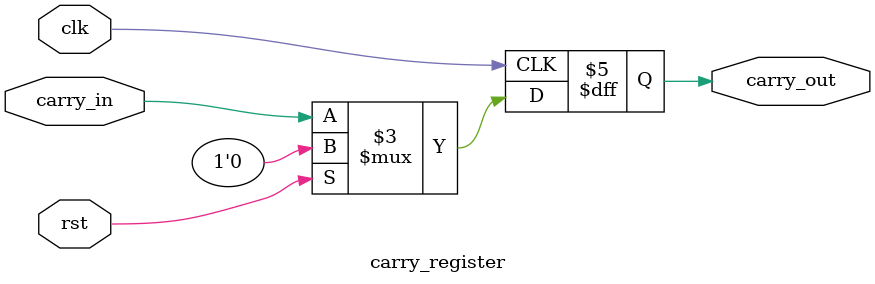
<source format=sv>
module counter_bcd (
    input clk,           // 时钟信号
    input rst,           // 复位信号
    input en,            // 使能信号
    output [3:0] bcd,    // BCD计数值输出
    output carry         // 进位输出
);
    // 内部信号定义
    wire next_carry;
    wire [3:0] next_bcd;
    
    // 子模块实例化
    bcd_logic_unit logic_unit (
        .clk(clk),
        .rst(rst),
        .current_bcd(bcd),
        .en(en),
        .next_bcd(next_bcd),
        .carry_out(next_carry)
    );
    
    bcd_register reg_unit (
        .clk(clk),
        .rst(rst),
        .next_bcd(next_bcd),
        .bcd_out(bcd)
    );
    
    carry_register carry_unit (
        .clk(clk),
        .rst(rst),
        .carry_in(next_carry),
        .carry_out(carry)
    );
    
endmodule

// BCD逻辑单元 - 负责计算下一个BCD值，采用流水线处理
module bcd_logic_unit (
    input clk,
    input rst,
    input [3:0] current_bcd,
    input en,
    output reg [3:0] next_bcd,
    output reg carry_out
);
    // 中间流水线寄存器
    reg comparison_result;
    reg [3:0] incremented_value;
    
    // 第一阶段：比较和加法操作
    always @(posedge clk) begin
        if (rst) begin
            comparison_result <= 1'b0;
            incremented_value <= 4'd0;
        end
        else begin
            comparison_result <= (current_bcd == 4'd9) & en;
            incremented_value <= current_bcd + 4'd1;
        end
    end
    
    // 第二阶段：最终输出计算
    always @(posedge clk) begin
        if (rst) begin
            next_bcd <= 4'd0;
            carry_out <= 1'b0;
        end
        else begin
            next_bcd <= comparison_result ? 4'd0 : incremented_value;
            carry_out <= comparison_result;
        end
    end
    
endmodule

// BCD寄存器单元 - 存储当前BCD值
module bcd_register (
    input clk,
    input rst,
    input [3:0] next_bcd,
    output reg [3:0] bcd_out
);
    always @(posedge clk) begin
        if (rst)
            bcd_out <= 4'd0;
        else
            bcd_out <= next_bcd;
    end
endmodule

// 进位寄存器单元 - 处理进位信号，增加寄存器同步
module carry_register (
    input clk,
    input rst,
    input carry_in,
    output reg carry_out
);
    always @(posedge clk) begin
        if (rst)
            carry_out <= 1'b0;
        else
            carry_out <= carry_in;
    end
endmodule
</source>
